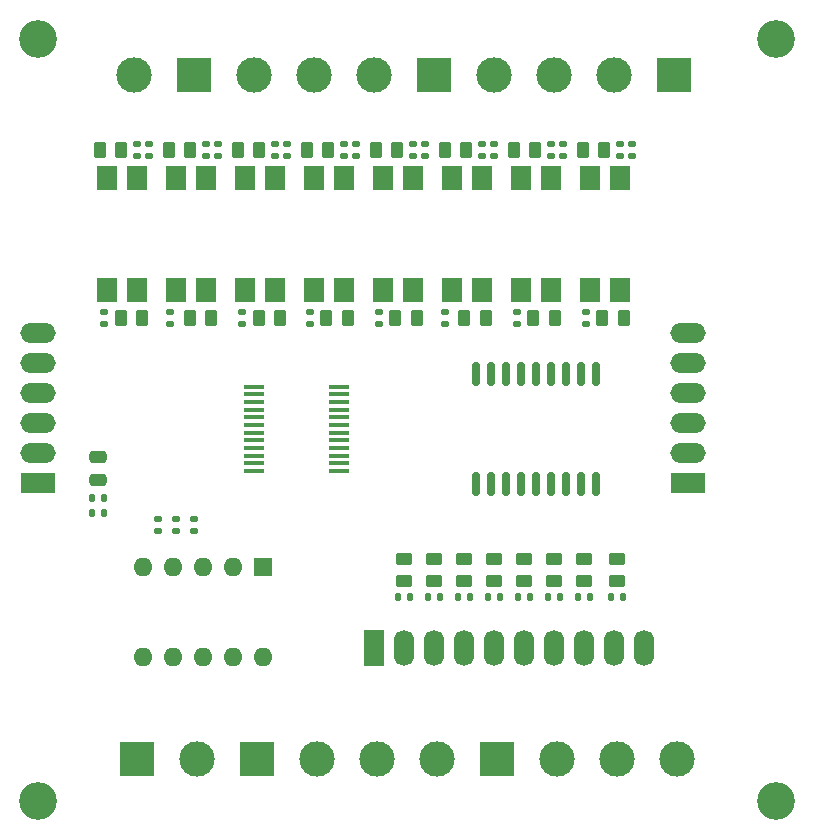
<source format=gts>
G04 #@! TF.GenerationSoftware,KiCad,Pcbnew,5.99.0-unknown-9f841da98e~134~ubuntu20.04.1*
G04 #@! TF.CreationDate,2021-11-20T15:04:40+01:00*
G04 #@! TF.ProjectId,slave-8in-8out,736c6176-652d-4386-996e-2d386f75742e,rev?*
G04 #@! TF.SameCoordinates,PX3a22d00PY8062360*
G04 #@! TF.FileFunction,Soldermask,Top*
G04 #@! TF.FilePolarity,Negative*
%FSLAX46Y46*%
G04 Gerber Fmt 4.6, Leading zero omitted, Abs format (unit mm)*
G04 Created by KiCad (PCBNEW 5.99.0-unknown-9f841da98e~134~ubuntu20.04.1) date 2021-11-20 15:04:40*
%MOMM*%
%LPD*%
G01*
G04 APERTURE LIST*
G04 Aperture macros list*
%AMRoundRect*
0 Rectangle with rounded corners*
0 $1 Rounding radius*
0 $2 $3 $4 $5 $6 $7 $8 $9 X,Y pos of 4 corners*
0 Add a 4 corners polygon primitive as box body*
4,1,4,$2,$3,$4,$5,$6,$7,$8,$9,$2,$3,0*
0 Add four circle primitives for the rounded corners*
1,1,$1+$1,$2,$3*
1,1,$1+$1,$4,$5*
1,1,$1+$1,$6,$7*
1,1,$1+$1,$8,$9*
0 Add four rect primitives between the rounded corners*
20,1,$1+$1,$2,$3,$4,$5,0*
20,1,$1+$1,$4,$5,$6,$7,0*
20,1,$1+$1,$6,$7,$8,$9,0*
20,1,$1+$1,$8,$9,$2,$3,0*%
G04 Aperture macros list end*
%ADD10RoundRect,0.135000X0.185000X-0.135000X0.185000X0.135000X-0.185000X0.135000X-0.185000X-0.135000X0*%
%ADD11R,3.000000X3.000000*%
%ADD12C,3.000000*%
%ADD13R,1.780000X2.000000*%
%ADD14R,1.700000X3.048000*%
%ADD15O,1.700000X3.048000*%
%ADD16RoundRect,0.135000X-0.135000X-0.185000X0.135000X-0.185000X0.135000X0.185000X-0.135000X0.185000X0*%
%ADD17RoundRect,0.250000X-0.475000X0.250000X-0.475000X-0.250000X0.475000X-0.250000X0.475000X0.250000X0*%
%ADD18RoundRect,0.135000X-0.185000X0.135000X-0.185000X-0.135000X0.185000X-0.135000X0.185000X0.135000X0*%
%ADD19RoundRect,0.150000X-0.150000X0.875000X-0.150000X-0.875000X0.150000X-0.875000X0.150000X0.875000X0*%
%ADD20RoundRect,0.250000X-0.262500X-0.450000X0.262500X-0.450000X0.262500X0.450000X-0.262500X0.450000X0*%
%ADD21R,1.600000X1.600000*%
%ADD22O,1.600000X1.600000*%
%ADD23RoundRect,0.250000X0.450000X-0.262500X0.450000X0.262500X-0.450000X0.262500X-0.450000X-0.262500X0*%
%ADD24RoundRect,0.250000X0.262500X0.450000X-0.262500X0.450000X-0.262500X-0.450000X0.262500X-0.450000X0*%
%ADD25C,3.200000*%
%ADD26R,3.000000X1.700000*%
%ADD27O,3.000000X1.700000*%
%ADD28R,1.750000X0.450000*%
G04 APERTURE END LIST*
D10*
X119507000Y-87861000D03*
X119507000Y-86841000D03*
D11*
X86360000Y-66802000D03*
D12*
X81280000Y-66802000D03*
D11*
X127000000Y-66802000D03*
D12*
X121920000Y-66802000D03*
X116840000Y-66802000D03*
X111760000Y-66802000D03*
D11*
X106680000Y-66802000D03*
D12*
X101600000Y-66802000D03*
X96520000Y-66802000D03*
X91440000Y-66802000D03*
D10*
X117602000Y-73637000D03*
X117602000Y-72617000D03*
D13*
X99060000Y-75474000D03*
X96520000Y-75474000D03*
X96520000Y-85004000D03*
X99060000Y-85004000D03*
X104902000Y-75474000D03*
X102362000Y-75474000D03*
X102362000Y-85004000D03*
X104902000Y-85004000D03*
X122428000Y-75474000D03*
X119888000Y-75474000D03*
X119888000Y-85004000D03*
X122428000Y-85004000D03*
X110744000Y-75474000D03*
X108204000Y-75474000D03*
X108204000Y-85004000D03*
X110744000Y-85004000D03*
D10*
X123444000Y-73637000D03*
X123444000Y-72617000D03*
D13*
X116586000Y-75474000D03*
X114046000Y-75474000D03*
X114046000Y-85004000D03*
X116586000Y-85004000D03*
D14*
X101605000Y-115291000D03*
D15*
X104145000Y-115291000D03*
X106685000Y-115291000D03*
X109225000Y-115291000D03*
X111765000Y-115291000D03*
X114305000Y-115291000D03*
X116845000Y-115291000D03*
X119385000Y-115291000D03*
X121925000Y-115291000D03*
X124465000Y-115291000D03*
D11*
X112014000Y-124689000D03*
D12*
X117094000Y-124689000D03*
X122174000Y-124689000D03*
X127254000Y-124689000D03*
D16*
X77722000Y-103861000D03*
X78742000Y-103861000D03*
D17*
X78232000Y-99167000D03*
X78232000Y-101067000D03*
D16*
X77722000Y-102591000D03*
X78742000Y-102591000D03*
D11*
X91694000Y-124689000D03*
D12*
X96774000Y-124689000D03*
X101854000Y-124689000D03*
X106934000Y-124689000D03*
D10*
X111760000Y-73637000D03*
X111760000Y-72617000D03*
D13*
X87376000Y-75474000D03*
X84836000Y-75474000D03*
X84836000Y-85004000D03*
X87376000Y-85004000D03*
D11*
X81534000Y-124689000D03*
D12*
X86614000Y-124689000D03*
D13*
X93218000Y-75474000D03*
X90678000Y-75474000D03*
X90678000Y-85004000D03*
X93218000Y-85004000D03*
D10*
X113665000Y-87861000D03*
X113665000Y-86841000D03*
D13*
X81534000Y-75474000D03*
X78994000Y-75474000D03*
X78994000Y-85004000D03*
X81534000Y-85004000D03*
D18*
X87376000Y-72617000D03*
X87376000Y-73637000D03*
D10*
X90424000Y-87861000D03*
X90424000Y-86841000D03*
D18*
X104902000Y-72617000D03*
X104902000Y-73637000D03*
D19*
X120396000Y-92099000D03*
X119126000Y-92099000D03*
X117856000Y-92099000D03*
X116586000Y-92099000D03*
X115316000Y-92099000D03*
X114046000Y-92099000D03*
X112776000Y-92099000D03*
X111506000Y-92099000D03*
X110236000Y-92099000D03*
X110236000Y-101399000D03*
X111506000Y-101399000D03*
X112776000Y-101399000D03*
X114046000Y-101399000D03*
X115316000Y-101399000D03*
X116586000Y-101399000D03*
X117856000Y-101399000D03*
X119126000Y-101399000D03*
X120396000Y-101399000D03*
D10*
X107569000Y-87861000D03*
X107569000Y-86841000D03*
D20*
X119229500Y-73127000D03*
X121054500Y-73127000D03*
D16*
X113795000Y-110973000D03*
X114815000Y-110973000D03*
D18*
X116586000Y-72617000D03*
X116586000Y-73637000D03*
D21*
X92202000Y-108433000D03*
D22*
X89662000Y-108433000D03*
X87122000Y-108433000D03*
X84582000Y-108433000D03*
X82042000Y-108433000D03*
X82042000Y-116053000D03*
X84582000Y-116053000D03*
X87122000Y-116053000D03*
X89662000Y-116053000D03*
X92202000Y-116053000D03*
D16*
X121669000Y-110973000D03*
X122689000Y-110973000D03*
D23*
X116840000Y-109599500D03*
X116840000Y-107774500D03*
D18*
X93218000Y-72617000D03*
X93218000Y-73637000D03*
D24*
X99337500Y-87351000D03*
X97512500Y-87351000D03*
D20*
X113387500Y-73127000D03*
X115212500Y-73127000D03*
D10*
X96139000Y-87861000D03*
X96139000Y-86841000D03*
D16*
X111255000Y-110973000D03*
X112275000Y-110973000D03*
D18*
X83312000Y-104367000D03*
X83312000Y-105387000D03*
D25*
X135636000Y-128270000D03*
D23*
X111760000Y-109599500D03*
X111760000Y-107774500D03*
D24*
X93622500Y-87351000D03*
X91797500Y-87351000D03*
D26*
X73152000Y-101321000D03*
D27*
X73152000Y-98781000D03*
X73152000Y-96241000D03*
X73152000Y-93701000D03*
X73152000Y-91161000D03*
X73152000Y-88621000D03*
D18*
X81534000Y-72617000D03*
X81534000Y-73637000D03*
D10*
X101981000Y-87861000D03*
X101981000Y-86841000D03*
D23*
X122174000Y-109599500D03*
X122174000Y-107774500D03*
D16*
X118875000Y-110973000D03*
X119895000Y-110973000D03*
D23*
X114300000Y-109599500D03*
X114300000Y-107774500D03*
D10*
X105918000Y-73637000D03*
X105918000Y-72617000D03*
D20*
X95861500Y-73127000D03*
X97686500Y-73127000D03*
D16*
X103635000Y-110973000D03*
X104655000Y-110973000D03*
D23*
X106680000Y-109599500D03*
X106680000Y-107774500D03*
D10*
X100076000Y-73637000D03*
X100076000Y-72617000D03*
D23*
X109220000Y-109599500D03*
X109220000Y-107774500D03*
X119380000Y-109599500D03*
X119380000Y-107774500D03*
D18*
X110744000Y-72617000D03*
X110744000Y-73637000D03*
D10*
X94234000Y-73637000D03*
X94234000Y-72617000D03*
D25*
X73152000Y-128270000D03*
D10*
X78740000Y-87861000D03*
X78740000Y-86841000D03*
D16*
X116335000Y-110973000D03*
X117355000Y-110973000D03*
D23*
X104140000Y-109599500D03*
X104140000Y-107774500D03*
D24*
X87780500Y-87351000D03*
X85955500Y-87351000D03*
D18*
X86360000Y-104367000D03*
X86360000Y-105387000D03*
D24*
X105179500Y-87351000D03*
X103354500Y-87351000D03*
D20*
X107545500Y-73127000D03*
X109370500Y-73127000D03*
D18*
X99060000Y-72617000D03*
X99060000Y-73637000D03*
D25*
X73152000Y-63754000D03*
D10*
X84328000Y-87861000D03*
X84328000Y-86841000D03*
D24*
X111021500Y-87351000D03*
X109196500Y-87351000D03*
D25*
X135636000Y-63754000D03*
D20*
X84177500Y-73127000D03*
X86002500Y-73127000D03*
D10*
X88392000Y-73637000D03*
X88392000Y-72617000D03*
D16*
X106175000Y-110973000D03*
X107195000Y-110973000D03*
X108715000Y-110973000D03*
X109735000Y-110973000D03*
D10*
X82550000Y-73637000D03*
X82550000Y-72617000D03*
D20*
X78335500Y-73127000D03*
X80160500Y-73127000D03*
D24*
X122705500Y-87351000D03*
X120880500Y-87351000D03*
X81938500Y-87351000D03*
X80113500Y-87351000D03*
X116863500Y-87351000D03*
X115038500Y-87351000D03*
D18*
X122428000Y-72617000D03*
X122428000Y-73637000D03*
D20*
X101703500Y-73127000D03*
X103528500Y-73127000D03*
X90019500Y-73127000D03*
X91844500Y-73127000D03*
D18*
X84836000Y-104367000D03*
X84836000Y-105387000D03*
D26*
X128196000Y-101321000D03*
D27*
X128196000Y-98781000D03*
X128196000Y-96241000D03*
X128196000Y-93701000D03*
X128196000Y-91161000D03*
X128196000Y-88621000D03*
D28*
X91396000Y-93174000D03*
X91396000Y-93824000D03*
X91396000Y-94474000D03*
X91396000Y-95124000D03*
X91396000Y-95774000D03*
X91396000Y-96424000D03*
X91396000Y-97074000D03*
X91396000Y-97724000D03*
X91396000Y-98374000D03*
X91396000Y-99024000D03*
X91396000Y-99674000D03*
X91396000Y-100324000D03*
X98596000Y-100324000D03*
X98596000Y-99674000D03*
X98596000Y-99024000D03*
X98596000Y-98374000D03*
X98596000Y-97724000D03*
X98596000Y-97074000D03*
X98596000Y-96424000D03*
X98596000Y-95774000D03*
X98596000Y-95124000D03*
X98596000Y-94474000D03*
X98596000Y-93824000D03*
X98596000Y-93174000D03*
M02*

</source>
